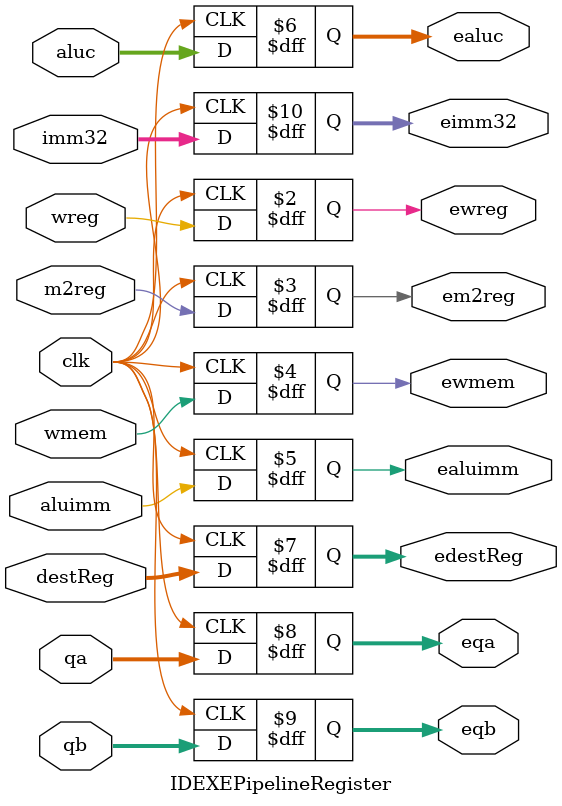
<source format=v>
`timescale 1ns/1ps
module IDEXEPipelineRegister (
    input clk,
    input wreg,
    input m2reg,
    input wmem,
    input aluimm,
    input [3:0] aluc,
    input [4:0] destReg,
    input [31:0] qa,
    input [31:0] qb,
    input [31:0] imm32,

    output reg ewreg,
    output reg em2reg,
    output reg ewmem,
    output reg ealuimm,
    output reg [3:0] ealuc,
    output reg [4:0] edestReg,
    output reg [31:0] eqa,
    output reg [31:0] eqb,
    output reg [31:0] eimm32
);
    
    always @(posedge clk) begin
        ewreg = wreg;
        em2reg = m2reg;
        ewmem = wmem;
        ealuimm = aluimm;
        ealuc = aluc;
        edestReg = destReg;
        eqa = qa;
        eqb = qb;
        eimm32 = imm32;
    end
endmodule
</source>
